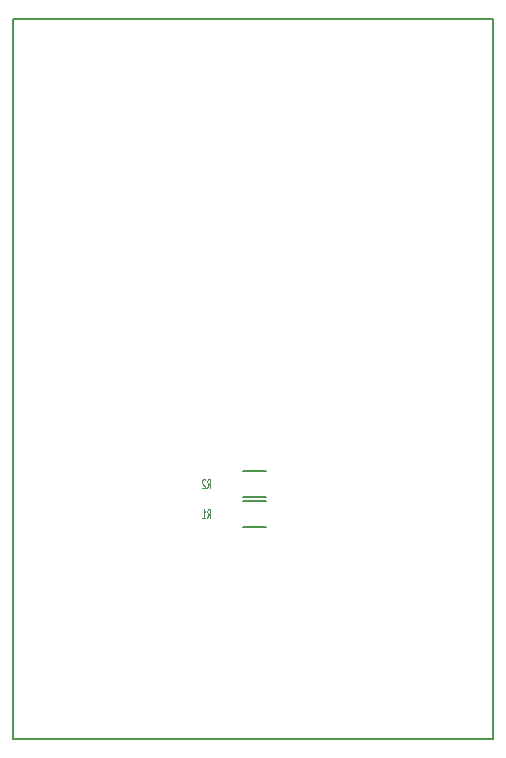
<source format=gbr>
G04 #@! TF.FileFunction,Legend,Bot*
%FSLAX46Y46*%
G04 Gerber Fmt 4.6, Leading zero omitted, Abs format (unit mm)*
G04 Created by KiCad (PCBNEW (2015-09-12 BZR 6188)-product) date vie 27 nov 2015 02:47:37 ART*
%MOMM*%
G01*
G04 APERTURE LIST*
%ADD10C,0.100000*%
%ADD11C,0.150000*%
%ADD12C,0.114300*%
G04 APERTURE END LIST*
D10*
D11*
X102235000Y-134620000D02*
X102235000Y-73660000D01*
X142875000Y-134620000D02*
X102235000Y-134620000D01*
X142875000Y-73660000D02*
X142875000Y-134620000D01*
X102235000Y-73660000D02*
X142875000Y-73660000D01*
X123682000Y-114495000D02*
X121682000Y-114495000D01*
X121682000Y-116645000D02*
X123682000Y-116645000D01*
X121682000Y-114105000D02*
X123682000Y-114105000D01*
X123682000Y-111955000D02*
X121682000Y-111955000D01*
D12*
X118694200Y-115891733D02*
X118846600Y-115553067D01*
X118955457Y-115891733D02*
X118955457Y-115180533D01*
X118781285Y-115180533D01*
X118737743Y-115214400D01*
X118715971Y-115248267D01*
X118694200Y-115316000D01*
X118694200Y-115417600D01*
X118715971Y-115485333D01*
X118737743Y-115519200D01*
X118781285Y-115553067D01*
X118955457Y-115553067D01*
X118258771Y-115891733D02*
X118520028Y-115891733D01*
X118389400Y-115891733D02*
X118389400Y-115180533D01*
X118432943Y-115282133D01*
X118476485Y-115349867D01*
X118520028Y-115383733D01*
X118694200Y-113351733D02*
X118846600Y-113013067D01*
X118955457Y-113351733D02*
X118955457Y-112640533D01*
X118781285Y-112640533D01*
X118737743Y-112674400D01*
X118715971Y-112708267D01*
X118694200Y-112776000D01*
X118694200Y-112877600D01*
X118715971Y-112945333D01*
X118737743Y-112979200D01*
X118781285Y-113013067D01*
X118955457Y-113013067D01*
X118520028Y-112708267D02*
X118498257Y-112674400D01*
X118454714Y-112640533D01*
X118345857Y-112640533D01*
X118302314Y-112674400D01*
X118280543Y-112708267D01*
X118258771Y-112776000D01*
X118258771Y-112843733D01*
X118280543Y-112945333D01*
X118541800Y-113351733D01*
X118258771Y-113351733D01*
M02*

</source>
